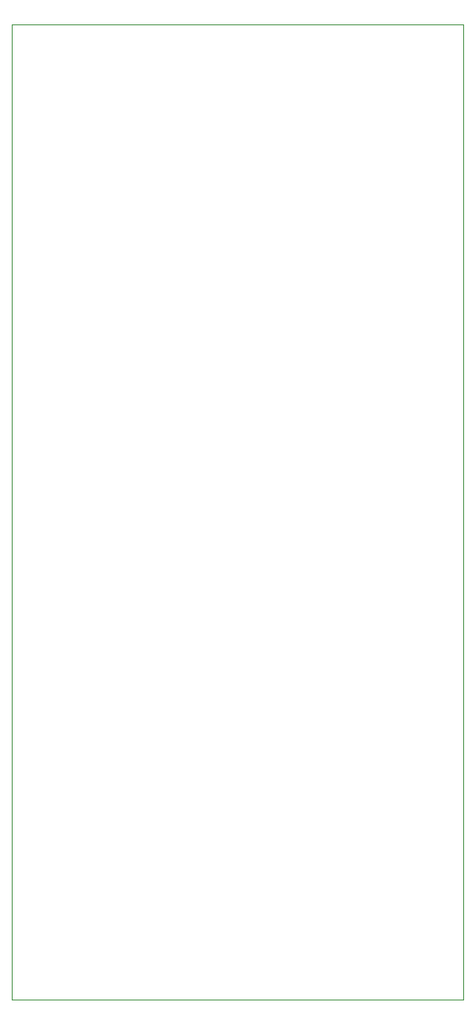
<source format=gbr>
G04 #@! TF.GenerationSoftware,KiCad,Pcbnew,(5.1.9)-1*
G04 #@! TF.CreationDate,2021-05-10T16:50:12-05:00*
G04 #@! TF.ProjectId,mini-remote,6d696e69-2d72-4656-9d6f-74652e6b6963,1*
G04 #@! TF.SameCoordinates,Original*
G04 #@! TF.FileFunction,Profile,NP*
%FSLAX46Y46*%
G04 Gerber Fmt 4.6, Leading zero omitted, Abs format (unit mm)*
G04 Created by KiCad (PCBNEW (5.1.9)-1) date 2021-05-10 16:50:12*
%MOMM*%
%LPD*%
G01*
G04 APERTURE LIST*
G04 #@! TA.AperFunction,Profile*
%ADD10C,0.038100*%
G04 #@! TD*
G04 APERTURE END LIST*
D10*
X124750000Y-147750000D02*
X124750000Y-49750000D01*
X170250000Y-147750000D02*
X124750000Y-147750000D01*
X170250000Y-49750000D02*
X170250000Y-147750000D01*
X124750000Y-49750000D02*
X170250000Y-49750000D01*
M02*

</source>
